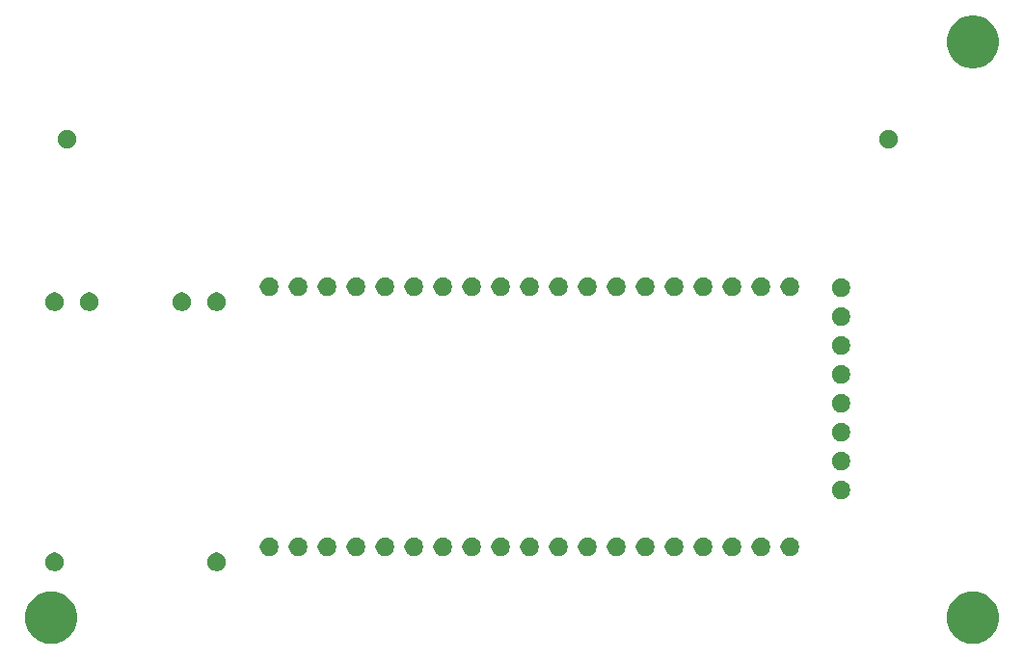
<source format=gbr>
G04 #@! TF.GenerationSoftware,KiCad,Pcbnew,(5.1.0)-1*
G04 #@! TF.CreationDate,2019-04-13T21:09:27-07:00*
G04 #@! TF.ProjectId,PCBv1,50434276-312e-46b6-9963-61645f706362,rev?*
G04 #@! TF.SameCoordinates,Original*
G04 #@! TF.FileFunction,Soldermask,Bot*
G04 #@! TF.FilePolarity,Negative*
%FSLAX46Y46*%
G04 Gerber Fmt 4.6, Leading zero omitted, Abs format (unit mm)*
G04 Created by KiCad (PCBNEW (5.1.0)-1) date 2019-04-13 21:09:27*
%MOMM*%
%LPD*%
G04 APERTURE LIST*
%ADD10C,0.100000*%
G04 APERTURE END LIST*
D10*
G36*
X174548903Y-121893213D02*
G01*
X174771177Y-121937426D01*
X175189932Y-122110880D01*
X175566802Y-122362696D01*
X175887304Y-122683198D01*
X176139120Y-123060068D01*
X176312574Y-123478823D01*
X176401000Y-123923371D01*
X176401000Y-124376629D01*
X176312574Y-124821177D01*
X176139120Y-125239932D01*
X175887304Y-125616802D01*
X175566802Y-125937304D01*
X175189932Y-126189120D01*
X174771177Y-126362574D01*
X174548903Y-126406787D01*
X174326630Y-126451000D01*
X173873370Y-126451000D01*
X173651097Y-126406787D01*
X173428823Y-126362574D01*
X173010068Y-126189120D01*
X172633198Y-125937304D01*
X172312696Y-125616802D01*
X172060880Y-125239932D01*
X171887426Y-124821177D01*
X171799000Y-124376629D01*
X171799000Y-123923371D01*
X171887426Y-123478823D01*
X172060880Y-123060068D01*
X172312696Y-122683198D01*
X172633198Y-122362696D01*
X173010068Y-122110880D01*
X173428823Y-121937426D01*
X173651097Y-121893213D01*
X173873370Y-121849000D01*
X174326630Y-121849000D01*
X174548903Y-121893213D01*
X174548903Y-121893213D01*
G37*
G36*
X93623903Y-121893213D02*
G01*
X93846177Y-121937426D01*
X94264932Y-122110880D01*
X94641802Y-122362696D01*
X94962304Y-122683198D01*
X95214120Y-123060068D01*
X95387574Y-123478823D01*
X95476000Y-123923371D01*
X95476000Y-124376629D01*
X95387574Y-124821177D01*
X95214120Y-125239932D01*
X94962304Y-125616802D01*
X94641802Y-125937304D01*
X94264932Y-126189120D01*
X93846177Y-126362574D01*
X93623903Y-126406787D01*
X93401630Y-126451000D01*
X92948370Y-126451000D01*
X92726097Y-126406787D01*
X92503823Y-126362574D01*
X92085068Y-126189120D01*
X91708198Y-125937304D01*
X91387696Y-125616802D01*
X91135880Y-125239932D01*
X90962426Y-124821177D01*
X90874000Y-124376629D01*
X90874000Y-123923371D01*
X90962426Y-123478823D01*
X91135880Y-123060068D01*
X91387696Y-122683198D01*
X91708198Y-122362696D01*
X92085068Y-122110880D01*
X92503823Y-121937426D01*
X92726097Y-121893213D01*
X92948370Y-121849000D01*
X93401630Y-121849000D01*
X93623903Y-121893213D01*
X93623903Y-121893213D01*
G37*
G36*
X107933142Y-118471242D02*
G01*
X108081101Y-118532529D01*
X108214255Y-118621499D01*
X108327501Y-118734745D01*
X108416471Y-118867899D01*
X108477758Y-119015858D01*
X108509000Y-119172925D01*
X108509000Y-119333075D01*
X108477758Y-119490142D01*
X108416471Y-119638101D01*
X108327501Y-119771255D01*
X108214255Y-119884501D01*
X108081101Y-119973471D01*
X107933142Y-120034758D01*
X107776075Y-120066000D01*
X107615925Y-120066000D01*
X107458858Y-120034758D01*
X107310899Y-119973471D01*
X107177745Y-119884501D01*
X107064499Y-119771255D01*
X106975529Y-119638101D01*
X106914242Y-119490142D01*
X106883000Y-119333075D01*
X106883000Y-119172925D01*
X106914242Y-119015858D01*
X106975529Y-118867899D01*
X107064499Y-118734745D01*
X107177745Y-118621499D01*
X107310899Y-118532529D01*
X107458858Y-118471242D01*
X107615925Y-118440000D01*
X107776075Y-118440000D01*
X107933142Y-118471242D01*
X107933142Y-118471242D01*
G37*
G36*
X93709142Y-118471242D02*
G01*
X93857101Y-118532529D01*
X93990255Y-118621499D01*
X94103501Y-118734745D01*
X94192471Y-118867899D01*
X94253758Y-119015858D01*
X94285000Y-119172925D01*
X94285000Y-119333075D01*
X94253758Y-119490142D01*
X94192471Y-119638101D01*
X94103501Y-119771255D01*
X93990255Y-119884501D01*
X93857101Y-119973471D01*
X93709142Y-120034758D01*
X93552075Y-120066000D01*
X93391925Y-120066000D01*
X93234858Y-120034758D01*
X93086899Y-119973471D01*
X92953745Y-119884501D01*
X92840499Y-119771255D01*
X92751529Y-119638101D01*
X92690242Y-119490142D01*
X92659000Y-119333075D01*
X92659000Y-119172925D01*
X92690242Y-119015858D01*
X92751529Y-118867899D01*
X92840499Y-118734745D01*
X92953745Y-118621499D01*
X93086899Y-118532529D01*
X93234858Y-118471242D01*
X93391925Y-118440000D01*
X93552075Y-118440000D01*
X93709142Y-118471242D01*
X93709142Y-118471242D01*
G37*
G36*
X132867142Y-117148242D02*
G01*
X133015101Y-117209529D01*
X133148255Y-117298499D01*
X133261501Y-117411745D01*
X133350471Y-117544899D01*
X133411758Y-117692858D01*
X133443000Y-117849925D01*
X133443000Y-118010075D01*
X133411758Y-118167142D01*
X133350471Y-118315101D01*
X133261501Y-118448255D01*
X133148255Y-118561501D01*
X133015101Y-118650471D01*
X132867142Y-118711758D01*
X132710075Y-118743000D01*
X132549925Y-118743000D01*
X132392858Y-118711758D01*
X132244899Y-118650471D01*
X132111745Y-118561501D01*
X131998499Y-118448255D01*
X131909529Y-118315101D01*
X131848242Y-118167142D01*
X131817000Y-118010075D01*
X131817000Y-117849925D01*
X131848242Y-117692858D01*
X131909529Y-117544899D01*
X131998499Y-117411745D01*
X132111745Y-117298499D01*
X132244899Y-117209529D01*
X132392858Y-117148242D01*
X132549925Y-117117000D01*
X132710075Y-117117000D01*
X132867142Y-117148242D01*
X132867142Y-117148242D01*
G37*
G36*
X150647142Y-117148242D02*
G01*
X150795101Y-117209529D01*
X150928255Y-117298499D01*
X151041501Y-117411745D01*
X151130471Y-117544899D01*
X151191758Y-117692858D01*
X151223000Y-117849925D01*
X151223000Y-118010075D01*
X151191758Y-118167142D01*
X151130471Y-118315101D01*
X151041501Y-118448255D01*
X150928255Y-118561501D01*
X150795101Y-118650471D01*
X150647142Y-118711758D01*
X150490075Y-118743000D01*
X150329925Y-118743000D01*
X150172858Y-118711758D01*
X150024899Y-118650471D01*
X149891745Y-118561501D01*
X149778499Y-118448255D01*
X149689529Y-118315101D01*
X149628242Y-118167142D01*
X149597000Y-118010075D01*
X149597000Y-117849925D01*
X149628242Y-117692858D01*
X149689529Y-117544899D01*
X149778499Y-117411745D01*
X149891745Y-117298499D01*
X150024899Y-117209529D01*
X150172858Y-117148242D01*
X150329925Y-117117000D01*
X150490075Y-117117000D01*
X150647142Y-117148242D01*
X150647142Y-117148242D01*
G37*
G36*
X148107142Y-117148242D02*
G01*
X148255101Y-117209529D01*
X148388255Y-117298499D01*
X148501501Y-117411745D01*
X148590471Y-117544899D01*
X148651758Y-117692858D01*
X148683000Y-117849925D01*
X148683000Y-118010075D01*
X148651758Y-118167142D01*
X148590471Y-118315101D01*
X148501501Y-118448255D01*
X148388255Y-118561501D01*
X148255101Y-118650471D01*
X148107142Y-118711758D01*
X147950075Y-118743000D01*
X147789925Y-118743000D01*
X147632858Y-118711758D01*
X147484899Y-118650471D01*
X147351745Y-118561501D01*
X147238499Y-118448255D01*
X147149529Y-118315101D01*
X147088242Y-118167142D01*
X147057000Y-118010075D01*
X147057000Y-117849925D01*
X147088242Y-117692858D01*
X147149529Y-117544899D01*
X147238499Y-117411745D01*
X147351745Y-117298499D01*
X147484899Y-117209529D01*
X147632858Y-117148242D01*
X147789925Y-117117000D01*
X147950075Y-117117000D01*
X148107142Y-117148242D01*
X148107142Y-117148242D01*
G37*
G36*
X145567142Y-117148242D02*
G01*
X145715101Y-117209529D01*
X145848255Y-117298499D01*
X145961501Y-117411745D01*
X146050471Y-117544899D01*
X146111758Y-117692858D01*
X146143000Y-117849925D01*
X146143000Y-118010075D01*
X146111758Y-118167142D01*
X146050471Y-118315101D01*
X145961501Y-118448255D01*
X145848255Y-118561501D01*
X145715101Y-118650471D01*
X145567142Y-118711758D01*
X145410075Y-118743000D01*
X145249925Y-118743000D01*
X145092858Y-118711758D01*
X144944899Y-118650471D01*
X144811745Y-118561501D01*
X144698499Y-118448255D01*
X144609529Y-118315101D01*
X144548242Y-118167142D01*
X144517000Y-118010075D01*
X144517000Y-117849925D01*
X144548242Y-117692858D01*
X144609529Y-117544899D01*
X144698499Y-117411745D01*
X144811745Y-117298499D01*
X144944899Y-117209529D01*
X145092858Y-117148242D01*
X145249925Y-117117000D01*
X145410075Y-117117000D01*
X145567142Y-117148242D01*
X145567142Y-117148242D01*
G37*
G36*
X143027142Y-117148242D02*
G01*
X143175101Y-117209529D01*
X143308255Y-117298499D01*
X143421501Y-117411745D01*
X143510471Y-117544899D01*
X143571758Y-117692858D01*
X143603000Y-117849925D01*
X143603000Y-118010075D01*
X143571758Y-118167142D01*
X143510471Y-118315101D01*
X143421501Y-118448255D01*
X143308255Y-118561501D01*
X143175101Y-118650471D01*
X143027142Y-118711758D01*
X142870075Y-118743000D01*
X142709925Y-118743000D01*
X142552858Y-118711758D01*
X142404899Y-118650471D01*
X142271745Y-118561501D01*
X142158499Y-118448255D01*
X142069529Y-118315101D01*
X142008242Y-118167142D01*
X141977000Y-118010075D01*
X141977000Y-117849925D01*
X142008242Y-117692858D01*
X142069529Y-117544899D01*
X142158499Y-117411745D01*
X142271745Y-117298499D01*
X142404899Y-117209529D01*
X142552858Y-117148242D01*
X142709925Y-117117000D01*
X142870075Y-117117000D01*
X143027142Y-117148242D01*
X143027142Y-117148242D01*
G37*
G36*
X140487142Y-117148242D02*
G01*
X140635101Y-117209529D01*
X140768255Y-117298499D01*
X140881501Y-117411745D01*
X140970471Y-117544899D01*
X141031758Y-117692858D01*
X141063000Y-117849925D01*
X141063000Y-118010075D01*
X141031758Y-118167142D01*
X140970471Y-118315101D01*
X140881501Y-118448255D01*
X140768255Y-118561501D01*
X140635101Y-118650471D01*
X140487142Y-118711758D01*
X140330075Y-118743000D01*
X140169925Y-118743000D01*
X140012858Y-118711758D01*
X139864899Y-118650471D01*
X139731745Y-118561501D01*
X139618499Y-118448255D01*
X139529529Y-118315101D01*
X139468242Y-118167142D01*
X139437000Y-118010075D01*
X139437000Y-117849925D01*
X139468242Y-117692858D01*
X139529529Y-117544899D01*
X139618499Y-117411745D01*
X139731745Y-117298499D01*
X139864899Y-117209529D01*
X140012858Y-117148242D01*
X140169925Y-117117000D01*
X140330075Y-117117000D01*
X140487142Y-117148242D01*
X140487142Y-117148242D01*
G37*
G36*
X137947142Y-117148242D02*
G01*
X138095101Y-117209529D01*
X138228255Y-117298499D01*
X138341501Y-117411745D01*
X138430471Y-117544899D01*
X138491758Y-117692858D01*
X138523000Y-117849925D01*
X138523000Y-118010075D01*
X138491758Y-118167142D01*
X138430471Y-118315101D01*
X138341501Y-118448255D01*
X138228255Y-118561501D01*
X138095101Y-118650471D01*
X137947142Y-118711758D01*
X137790075Y-118743000D01*
X137629925Y-118743000D01*
X137472858Y-118711758D01*
X137324899Y-118650471D01*
X137191745Y-118561501D01*
X137078499Y-118448255D01*
X136989529Y-118315101D01*
X136928242Y-118167142D01*
X136897000Y-118010075D01*
X136897000Y-117849925D01*
X136928242Y-117692858D01*
X136989529Y-117544899D01*
X137078499Y-117411745D01*
X137191745Y-117298499D01*
X137324899Y-117209529D01*
X137472858Y-117148242D01*
X137629925Y-117117000D01*
X137790075Y-117117000D01*
X137947142Y-117148242D01*
X137947142Y-117148242D01*
G37*
G36*
X135407142Y-117148242D02*
G01*
X135555101Y-117209529D01*
X135688255Y-117298499D01*
X135801501Y-117411745D01*
X135890471Y-117544899D01*
X135951758Y-117692858D01*
X135983000Y-117849925D01*
X135983000Y-118010075D01*
X135951758Y-118167142D01*
X135890471Y-118315101D01*
X135801501Y-118448255D01*
X135688255Y-118561501D01*
X135555101Y-118650471D01*
X135407142Y-118711758D01*
X135250075Y-118743000D01*
X135089925Y-118743000D01*
X134932858Y-118711758D01*
X134784899Y-118650471D01*
X134651745Y-118561501D01*
X134538499Y-118448255D01*
X134449529Y-118315101D01*
X134388242Y-118167142D01*
X134357000Y-118010075D01*
X134357000Y-117849925D01*
X134388242Y-117692858D01*
X134449529Y-117544899D01*
X134538499Y-117411745D01*
X134651745Y-117298499D01*
X134784899Y-117209529D01*
X134932858Y-117148242D01*
X135089925Y-117117000D01*
X135250075Y-117117000D01*
X135407142Y-117148242D01*
X135407142Y-117148242D01*
G37*
G36*
X130327142Y-117148242D02*
G01*
X130475101Y-117209529D01*
X130608255Y-117298499D01*
X130721501Y-117411745D01*
X130810471Y-117544899D01*
X130871758Y-117692858D01*
X130903000Y-117849925D01*
X130903000Y-118010075D01*
X130871758Y-118167142D01*
X130810471Y-118315101D01*
X130721501Y-118448255D01*
X130608255Y-118561501D01*
X130475101Y-118650471D01*
X130327142Y-118711758D01*
X130170075Y-118743000D01*
X130009925Y-118743000D01*
X129852858Y-118711758D01*
X129704899Y-118650471D01*
X129571745Y-118561501D01*
X129458499Y-118448255D01*
X129369529Y-118315101D01*
X129308242Y-118167142D01*
X129277000Y-118010075D01*
X129277000Y-117849925D01*
X129308242Y-117692858D01*
X129369529Y-117544899D01*
X129458499Y-117411745D01*
X129571745Y-117298499D01*
X129704899Y-117209529D01*
X129852858Y-117148242D01*
X130009925Y-117117000D01*
X130170075Y-117117000D01*
X130327142Y-117148242D01*
X130327142Y-117148242D01*
G37*
G36*
X153187142Y-117148242D02*
G01*
X153335101Y-117209529D01*
X153468255Y-117298499D01*
X153581501Y-117411745D01*
X153670471Y-117544899D01*
X153731758Y-117692858D01*
X153763000Y-117849925D01*
X153763000Y-118010075D01*
X153731758Y-118167142D01*
X153670471Y-118315101D01*
X153581501Y-118448255D01*
X153468255Y-118561501D01*
X153335101Y-118650471D01*
X153187142Y-118711758D01*
X153030075Y-118743000D01*
X152869925Y-118743000D01*
X152712858Y-118711758D01*
X152564899Y-118650471D01*
X152431745Y-118561501D01*
X152318499Y-118448255D01*
X152229529Y-118315101D01*
X152168242Y-118167142D01*
X152137000Y-118010075D01*
X152137000Y-117849925D01*
X152168242Y-117692858D01*
X152229529Y-117544899D01*
X152318499Y-117411745D01*
X152431745Y-117298499D01*
X152564899Y-117209529D01*
X152712858Y-117148242D01*
X152869925Y-117117000D01*
X153030075Y-117117000D01*
X153187142Y-117148242D01*
X153187142Y-117148242D01*
G37*
G36*
X125247142Y-117148242D02*
G01*
X125395101Y-117209529D01*
X125528255Y-117298499D01*
X125641501Y-117411745D01*
X125730471Y-117544899D01*
X125791758Y-117692858D01*
X125823000Y-117849925D01*
X125823000Y-118010075D01*
X125791758Y-118167142D01*
X125730471Y-118315101D01*
X125641501Y-118448255D01*
X125528255Y-118561501D01*
X125395101Y-118650471D01*
X125247142Y-118711758D01*
X125090075Y-118743000D01*
X124929925Y-118743000D01*
X124772858Y-118711758D01*
X124624899Y-118650471D01*
X124491745Y-118561501D01*
X124378499Y-118448255D01*
X124289529Y-118315101D01*
X124228242Y-118167142D01*
X124197000Y-118010075D01*
X124197000Y-117849925D01*
X124228242Y-117692858D01*
X124289529Y-117544899D01*
X124378499Y-117411745D01*
X124491745Y-117298499D01*
X124624899Y-117209529D01*
X124772858Y-117148242D01*
X124929925Y-117117000D01*
X125090075Y-117117000D01*
X125247142Y-117148242D01*
X125247142Y-117148242D01*
G37*
G36*
X122707142Y-117148242D02*
G01*
X122855101Y-117209529D01*
X122988255Y-117298499D01*
X123101501Y-117411745D01*
X123190471Y-117544899D01*
X123251758Y-117692858D01*
X123283000Y-117849925D01*
X123283000Y-118010075D01*
X123251758Y-118167142D01*
X123190471Y-118315101D01*
X123101501Y-118448255D01*
X122988255Y-118561501D01*
X122855101Y-118650471D01*
X122707142Y-118711758D01*
X122550075Y-118743000D01*
X122389925Y-118743000D01*
X122232858Y-118711758D01*
X122084899Y-118650471D01*
X121951745Y-118561501D01*
X121838499Y-118448255D01*
X121749529Y-118315101D01*
X121688242Y-118167142D01*
X121657000Y-118010075D01*
X121657000Y-117849925D01*
X121688242Y-117692858D01*
X121749529Y-117544899D01*
X121838499Y-117411745D01*
X121951745Y-117298499D01*
X122084899Y-117209529D01*
X122232858Y-117148242D01*
X122389925Y-117117000D01*
X122550075Y-117117000D01*
X122707142Y-117148242D01*
X122707142Y-117148242D01*
G37*
G36*
X120167142Y-117148242D02*
G01*
X120315101Y-117209529D01*
X120448255Y-117298499D01*
X120561501Y-117411745D01*
X120650471Y-117544899D01*
X120711758Y-117692858D01*
X120743000Y-117849925D01*
X120743000Y-118010075D01*
X120711758Y-118167142D01*
X120650471Y-118315101D01*
X120561501Y-118448255D01*
X120448255Y-118561501D01*
X120315101Y-118650471D01*
X120167142Y-118711758D01*
X120010075Y-118743000D01*
X119849925Y-118743000D01*
X119692858Y-118711758D01*
X119544899Y-118650471D01*
X119411745Y-118561501D01*
X119298499Y-118448255D01*
X119209529Y-118315101D01*
X119148242Y-118167142D01*
X119117000Y-118010075D01*
X119117000Y-117849925D01*
X119148242Y-117692858D01*
X119209529Y-117544899D01*
X119298499Y-117411745D01*
X119411745Y-117298499D01*
X119544899Y-117209529D01*
X119692858Y-117148242D01*
X119849925Y-117117000D01*
X120010075Y-117117000D01*
X120167142Y-117148242D01*
X120167142Y-117148242D01*
G37*
G36*
X117627142Y-117148242D02*
G01*
X117775101Y-117209529D01*
X117908255Y-117298499D01*
X118021501Y-117411745D01*
X118110471Y-117544899D01*
X118171758Y-117692858D01*
X118203000Y-117849925D01*
X118203000Y-118010075D01*
X118171758Y-118167142D01*
X118110471Y-118315101D01*
X118021501Y-118448255D01*
X117908255Y-118561501D01*
X117775101Y-118650471D01*
X117627142Y-118711758D01*
X117470075Y-118743000D01*
X117309925Y-118743000D01*
X117152858Y-118711758D01*
X117004899Y-118650471D01*
X116871745Y-118561501D01*
X116758499Y-118448255D01*
X116669529Y-118315101D01*
X116608242Y-118167142D01*
X116577000Y-118010075D01*
X116577000Y-117849925D01*
X116608242Y-117692858D01*
X116669529Y-117544899D01*
X116758499Y-117411745D01*
X116871745Y-117298499D01*
X117004899Y-117209529D01*
X117152858Y-117148242D01*
X117309925Y-117117000D01*
X117470075Y-117117000D01*
X117627142Y-117148242D01*
X117627142Y-117148242D01*
G37*
G36*
X115087142Y-117148242D02*
G01*
X115235101Y-117209529D01*
X115368255Y-117298499D01*
X115481501Y-117411745D01*
X115570471Y-117544899D01*
X115631758Y-117692858D01*
X115663000Y-117849925D01*
X115663000Y-118010075D01*
X115631758Y-118167142D01*
X115570471Y-118315101D01*
X115481501Y-118448255D01*
X115368255Y-118561501D01*
X115235101Y-118650471D01*
X115087142Y-118711758D01*
X114930075Y-118743000D01*
X114769925Y-118743000D01*
X114612858Y-118711758D01*
X114464899Y-118650471D01*
X114331745Y-118561501D01*
X114218499Y-118448255D01*
X114129529Y-118315101D01*
X114068242Y-118167142D01*
X114037000Y-118010075D01*
X114037000Y-117849925D01*
X114068242Y-117692858D01*
X114129529Y-117544899D01*
X114218499Y-117411745D01*
X114331745Y-117298499D01*
X114464899Y-117209529D01*
X114612858Y-117148242D01*
X114769925Y-117117000D01*
X114930075Y-117117000D01*
X115087142Y-117148242D01*
X115087142Y-117148242D01*
G37*
G36*
X155727142Y-117148242D02*
G01*
X155875101Y-117209529D01*
X156008255Y-117298499D01*
X156121501Y-117411745D01*
X156210471Y-117544899D01*
X156271758Y-117692858D01*
X156303000Y-117849925D01*
X156303000Y-118010075D01*
X156271758Y-118167142D01*
X156210471Y-118315101D01*
X156121501Y-118448255D01*
X156008255Y-118561501D01*
X155875101Y-118650471D01*
X155727142Y-118711758D01*
X155570075Y-118743000D01*
X155409925Y-118743000D01*
X155252858Y-118711758D01*
X155104899Y-118650471D01*
X154971745Y-118561501D01*
X154858499Y-118448255D01*
X154769529Y-118315101D01*
X154708242Y-118167142D01*
X154677000Y-118010075D01*
X154677000Y-117849925D01*
X154708242Y-117692858D01*
X154769529Y-117544899D01*
X154858499Y-117411745D01*
X154971745Y-117298499D01*
X155104899Y-117209529D01*
X155252858Y-117148242D01*
X155409925Y-117117000D01*
X155570075Y-117117000D01*
X155727142Y-117148242D01*
X155727142Y-117148242D01*
G37*
G36*
X112547142Y-117148242D02*
G01*
X112695101Y-117209529D01*
X112828255Y-117298499D01*
X112941501Y-117411745D01*
X113030471Y-117544899D01*
X113091758Y-117692858D01*
X113123000Y-117849925D01*
X113123000Y-118010075D01*
X113091758Y-118167142D01*
X113030471Y-118315101D01*
X112941501Y-118448255D01*
X112828255Y-118561501D01*
X112695101Y-118650471D01*
X112547142Y-118711758D01*
X112390075Y-118743000D01*
X112229925Y-118743000D01*
X112072858Y-118711758D01*
X111924899Y-118650471D01*
X111791745Y-118561501D01*
X111678499Y-118448255D01*
X111589529Y-118315101D01*
X111528242Y-118167142D01*
X111497000Y-118010075D01*
X111497000Y-117849925D01*
X111528242Y-117692858D01*
X111589529Y-117544899D01*
X111678499Y-117411745D01*
X111791745Y-117298499D01*
X111924899Y-117209529D01*
X112072858Y-117148242D01*
X112229925Y-117117000D01*
X112390075Y-117117000D01*
X112547142Y-117148242D01*
X112547142Y-117148242D01*
G37*
G36*
X158267142Y-117148242D02*
G01*
X158415101Y-117209529D01*
X158548255Y-117298499D01*
X158661501Y-117411745D01*
X158750471Y-117544899D01*
X158811758Y-117692858D01*
X158843000Y-117849925D01*
X158843000Y-118010075D01*
X158811758Y-118167142D01*
X158750471Y-118315101D01*
X158661501Y-118448255D01*
X158548255Y-118561501D01*
X158415101Y-118650471D01*
X158267142Y-118711758D01*
X158110075Y-118743000D01*
X157949925Y-118743000D01*
X157792858Y-118711758D01*
X157644899Y-118650471D01*
X157511745Y-118561501D01*
X157398499Y-118448255D01*
X157309529Y-118315101D01*
X157248242Y-118167142D01*
X157217000Y-118010075D01*
X157217000Y-117849925D01*
X157248242Y-117692858D01*
X157309529Y-117544899D01*
X157398499Y-117411745D01*
X157511745Y-117298499D01*
X157644899Y-117209529D01*
X157792858Y-117148242D01*
X157949925Y-117117000D01*
X158110075Y-117117000D01*
X158267142Y-117148242D01*
X158267142Y-117148242D01*
G37*
G36*
X127787142Y-117148242D02*
G01*
X127935101Y-117209529D01*
X128068255Y-117298499D01*
X128181501Y-117411745D01*
X128270471Y-117544899D01*
X128331758Y-117692858D01*
X128363000Y-117849925D01*
X128363000Y-118010075D01*
X128331758Y-118167142D01*
X128270471Y-118315101D01*
X128181501Y-118448255D01*
X128068255Y-118561501D01*
X127935101Y-118650471D01*
X127787142Y-118711758D01*
X127630075Y-118743000D01*
X127469925Y-118743000D01*
X127312858Y-118711758D01*
X127164899Y-118650471D01*
X127031745Y-118561501D01*
X126918499Y-118448255D01*
X126829529Y-118315101D01*
X126768242Y-118167142D01*
X126737000Y-118010075D01*
X126737000Y-117849925D01*
X126768242Y-117692858D01*
X126829529Y-117544899D01*
X126918499Y-117411745D01*
X127031745Y-117298499D01*
X127164899Y-117209529D01*
X127312858Y-117148242D01*
X127469925Y-117117000D01*
X127630075Y-117117000D01*
X127787142Y-117148242D01*
X127787142Y-117148242D01*
G37*
G36*
X162767142Y-112148242D02*
G01*
X162915101Y-112209529D01*
X163048255Y-112298499D01*
X163161501Y-112411745D01*
X163250471Y-112544899D01*
X163311758Y-112692858D01*
X163343000Y-112849925D01*
X163343000Y-113010075D01*
X163311758Y-113167142D01*
X163250471Y-113315101D01*
X163161501Y-113448255D01*
X163048255Y-113561501D01*
X162915101Y-113650471D01*
X162767142Y-113711758D01*
X162610075Y-113743000D01*
X162449925Y-113743000D01*
X162292858Y-113711758D01*
X162144899Y-113650471D01*
X162011745Y-113561501D01*
X161898499Y-113448255D01*
X161809529Y-113315101D01*
X161748242Y-113167142D01*
X161717000Y-113010075D01*
X161717000Y-112849925D01*
X161748242Y-112692858D01*
X161809529Y-112544899D01*
X161898499Y-112411745D01*
X162011745Y-112298499D01*
X162144899Y-112209529D01*
X162292858Y-112148242D01*
X162449925Y-112117000D01*
X162610075Y-112117000D01*
X162767142Y-112148242D01*
X162767142Y-112148242D01*
G37*
G36*
X162767142Y-109608242D02*
G01*
X162915101Y-109669529D01*
X163048255Y-109758499D01*
X163161501Y-109871745D01*
X163250471Y-110004899D01*
X163311758Y-110152858D01*
X163343000Y-110309925D01*
X163343000Y-110470075D01*
X163311758Y-110627142D01*
X163250471Y-110775101D01*
X163161501Y-110908255D01*
X163048255Y-111021501D01*
X162915101Y-111110471D01*
X162767142Y-111171758D01*
X162610075Y-111203000D01*
X162449925Y-111203000D01*
X162292858Y-111171758D01*
X162144899Y-111110471D01*
X162011745Y-111021501D01*
X161898499Y-110908255D01*
X161809529Y-110775101D01*
X161748242Y-110627142D01*
X161717000Y-110470075D01*
X161717000Y-110309925D01*
X161748242Y-110152858D01*
X161809529Y-110004899D01*
X161898499Y-109871745D01*
X162011745Y-109758499D01*
X162144899Y-109669529D01*
X162292858Y-109608242D01*
X162449925Y-109577000D01*
X162610075Y-109577000D01*
X162767142Y-109608242D01*
X162767142Y-109608242D01*
G37*
G36*
X162767142Y-107068242D02*
G01*
X162915101Y-107129529D01*
X163048255Y-107218499D01*
X163161501Y-107331745D01*
X163250471Y-107464899D01*
X163311758Y-107612858D01*
X163343000Y-107769925D01*
X163343000Y-107930075D01*
X163311758Y-108087142D01*
X163250471Y-108235101D01*
X163161501Y-108368255D01*
X163048255Y-108481501D01*
X162915101Y-108570471D01*
X162767142Y-108631758D01*
X162610075Y-108663000D01*
X162449925Y-108663000D01*
X162292858Y-108631758D01*
X162144899Y-108570471D01*
X162011745Y-108481501D01*
X161898499Y-108368255D01*
X161809529Y-108235101D01*
X161748242Y-108087142D01*
X161717000Y-107930075D01*
X161717000Y-107769925D01*
X161748242Y-107612858D01*
X161809529Y-107464899D01*
X161898499Y-107331745D01*
X162011745Y-107218499D01*
X162144899Y-107129529D01*
X162292858Y-107068242D01*
X162449925Y-107037000D01*
X162610075Y-107037000D01*
X162767142Y-107068242D01*
X162767142Y-107068242D01*
G37*
G36*
X162767142Y-104528242D02*
G01*
X162915101Y-104589529D01*
X163048255Y-104678499D01*
X163161501Y-104791745D01*
X163250471Y-104924899D01*
X163311758Y-105072858D01*
X163343000Y-105229925D01*
X163343000Y-105390075D01*
X163311758Y-105547142D01*
X163250471Y-105695101D01*
X163161501Y-105828255D01*
X163048255Y-105941501D01*
X162915101Y-106030471D01*
X162767142Y-106091758D01*
X162610075Y-106123000D01*
X162449925Y-106123000D01*
X162292858Y-106091758D01*
X162144899Y-106030471D01*
X162011745Y-105941501D01*
X161898499Y-105828255D01*
X161809529Y-105695101D01*
X161748242Y-105547142D01*
X161717000Y-105390075D01*
X161717000Y-105229925D01*
X161748242Y-105072858D01*
X161809529Y-104924899D01*
X161898499Y-104791745D01*
X162011745Y-104678499D01*
X162144899Y-104589529D01*
X162292858Y-104528242D01*
X162449925Y-104497000D01*
X162610075Y-104497000D01*
X162767142Y-104528242D01*
X162767142Y-104528242D01*
G37*
G36*
X162767142Y-101988242D02*
G01*
X162915101Y-102049529D01*
X163048255Y-102138499D01*
X163161501Y-102251745D01*
X163250471Y-102384899D01*
X163311758Y-102532858D01*
X163343000Y-102689925D01*
X163343000Y-102850075D01*
X163311758Y-103007142D01*
X163250471Y-103155101D01*
X163161501Y-103288255D01*
X163048255Y-103401501D01*
X162915101Y-103490471D01*
X162767142Y-103551758D01*
X162610075Y-103583000D01*
X162449925Y-103583000D01*
X162292858Y-103551758D01*
X162144899Y-103490471D01*
X162011745Y-103401501D01*
X161898499Y-103288255D01*
X161809529Y-103155101D01*
X161748242Y-103007142D01*
X161717000Y-102850075D01*
X161717000Y-102689925D01*
X161748242Y-102532858D01*
X161809529Y-102384899D01*
X161898499Y-102251745D01*
X162011745Y-102138499D01*
X162144899Y-102049529D01*
X162292858Y-101988242D01*
X162449925Y-101957000D01*
X162610075Y-101957000D01*
X162767142Y-101988242D01*
X162767142Y-101988242D01*
G37*
G36*
X162767142Y-99448242D02*
G01*
X162915101Y-99509529D01*
X163048255Y-99598499D01*
X163161501Y-99711745D01*
X163250471Y-99844899D01*
X163311758Y-99992858D01*
X163343000Y-100149925D01*
X163343000Y-100310075D01*
X163311758Y-100467142D01*
X163250471Y-100615101D01*
X163161501Y-100748255D01*
X163048255Y-100861501D01*
X162915101Y-100950471D01*
X162767142Y-101011758D01*
X162610075Y-101043000D01*
X162449925Y-101043000D01*
X162292858Y-101011758D01*
X162144899Y-100950471D01*
X162011745Y-100861501D01*
X161898499Y-100748255D01*
X161809529Y-100615101D01*
X161748242Y-100467142D01*
X161717000Y-100310075D01*
X161717000Y-100149925D01*
X161748242Y-99992858D01*
X161809529Y-99844899D01*
X161898499Y-99711745D01*
X162011745Y-99598499D01*
X162144899Y-99509529D01*
X162292858Y-99448242D01*
X162449925Y-99417000D01*
X162610075Y-99417000D01*
X162767142Y-99448242D01*
X162767142Y-99448242D01*
G37*
G36*
X162767142Y-96908242D02*
G01*
X162915101Y-96969529D01*
X163048255Y-97058499D01*
X163161501Y-97171745D01*
X163250471Y-97304899D01*
X163311758Y-97452858D01*
X163343000Y-97609925D01*
X163343000Y-97770075D01*
X163311758Y-97927142D01*
X163250471Y-98075101D01*
X163161501Y-98208255D01*
X163048255Y-98321501D01*
X162915101Y-98410471D01*
X162767142Y-98471758D01*
X162610075Y-98503000D01*
X162449925Y-98503000D01*
X162292858Y-98471758D01*
X162144899Y-98410471D01*
X162011745Y-98321501D01*
X161898499Y-98208255D01*
X161809529Y-98075101D01*
X161748242Y-97927142D01*
X161717000Y-97770075D01*
X161717000Y-97609925D01*
X161748242Y-97452858D01*
X161809529Y-97304899D01*
X161898499Y-97171745D01*
X162011745Y-97058499D01*
X162144899Y-96969529D01*
X162292858Y-96908242D01*
X162449925Y-96877000D01*
X162610075Y-96877000D01*
X162767142Y-96908242D01*
X162767142Y-96908242D01*
G37*
G36*
X107933142Y-95611242D02*
G01*
X108081101Y-95672529D01*
X108214255Y-95761499D01*
X108327501Y-95874745D01*
X108416471Y-96007899D01*
X108477758Y-96155858D01*
X108509000Y-96312925D01*
X108509000Y-96473075D01*
X108477758Y-96630142D01*
X108416471Y-96778101D01*
X108327501Y-96911255D01*
X108214255Y-97024501D01*
X108081101Y-97113471D01*
X107933142Y-97174758D01*
X107776075Y-97206000D01*
X107615925Y-97206000D01*
X107458858Y-97174758D01*
X107310899Y-97113471D01*
X107177745Y-97024501D01*
X107064499Y-96911255D01*
X106975529Y-96778101D01*
X106914242Y-96630142D01*
X106883000Y-96473075D01*
X106883000Y-96312925D01*
X106914242Y-96155858D01*
X106975529Y-96007899D01*
X107064499Y-95874745D01*
X107177745Y-95761499D01*
X107310899Y-95672529D01*
X107458858Y-95611242D01*
X107615925Y-95580000D01*
X107776075Y-95580000D01*
X107933142Y-95611242D01*
X107933142Y-95611242D01*
G37*
G36*
X93709142Y-95611242D02*
G01*
X93857101Y-95672529D01*
X93990255Y-95761499D01*
X94103501Y-95874745D01*
X94192471Y-96007899D01*
X94253758Y-96155858D01*
X94285000Y-96312925D01*
X94285000Y-96473075D01*
X94253758Y-96630142D01*
X94192471Y-96778101D01*
X94103501Y-96911255D01*
X93990255Y-97024501D01*
X93857101Y-97113471D01*
X93709142Y-97174758D01*
X93552075Y-97206000D01*
X93391925Y-97206000D01*
X93234858Y-97174758D01*
X93086899Y-97113471D01*
X92953745Y-97024501D01*
X92840499Y-96911255D01*
X92751529Y-96778101D01*
X92690242Y-96630142D01*
X92659000Y-96473075D01*
X92659000Y-96312925D01*
X92690242Y-96155858D01*
X92751529Y-96007899D01*
X92840499Y-95874745D01*
X92953745Y-95761499D01*
X93086899Y-95672529D01*
X93234858Y-95611242D01*
X93391925Y-95580000D01*
X93552075Y-95580000D01*
X93709142Y-95611242D01*
X93709142Y-95611242D01*
G37*
G36*
X96757142Y-95611242D02*
G01*
X96905101Y-95672529D01*
X97038255Y-95761499D01*
X97151501Y-95874745D01*
X97240471Y-96007899D01*
X97301758Y-96155858D01*
X97333000Y-96312925D01*
X97333000Y-96473075D01*
X97301758Y-96630142D01*
X97240471Y-96778101D01*
X97151501Y-96911255D01*
X97038255Y-97024501D01*
X96905101Y-97113471D01*
X96757142Y-97174758D01*
X96600075Y-97206000D01*
X96439925Y-97206000D01*
X96282858Y-97174758D01*
X96134899Y-97113471D01*
X96001745Y-97024501D01*
X95888499Y-96911255D01*
X95799529Y-96778101D01*
X95738242Y-96630142D01*
X95707000Y-96473075D01*
X95707000Y-96312925D01*
X95738242Y-96155858D01*
X95799529Y-96007899D01*
X95888499Y-95874745D01*
X96001745Y-95761499D01*
X96134899Y-95672529D01*
X96282858Y-95611242D01*
X96439925Y-95580000D01*
X96600075Y-95580000D01*
X96757142Y-95611242D01*
X96757142Y-95611242D01*
G37*
G36*
X104885142Y-95611242D02*
G01*
X105033101Y-95672529D01*
X105166255Y-95761499D01*
X105279501Y-95874745D01*
X105368471Y-96007899D01*
X105429758Y-96155858D01*
X105461000Y-96312925D01*
X105461000Y-96473075D01*
X105429758Y-96630142D01*
X105368471Y-96778101D01*
X105279501Y-96911255D01*
X105166255Y-97024501D01*
X105033101Y-97113471D01*
X104885142Y-97174758D01*
X104728075Y-97206000D01*
X104567925Y-97206000D01*
X104410858Y-97174758D01*
X104262899Y-97113471D01*
X104129745Y-97024501D01*
X104016499Y-96911255D01*
X103927529Y-96778101D01*
X103866242Y-96630142D01*
X103835000Y-96473075D01*
X103835000Y-96312925D01*
X103866242Y-96155858D01*
X103927529Y-96007899D01*
X104016499Y-95874745D01*
X104129745Y-95761499D01*
X104262899Y-95672529D01*
X104410858Y-95611242D01*
X104567925Y-95580000D01*
X104728075Y-95580000D01*
X104885142Y-95611242D01*
X104885142Y-95611242D01*
G37*
G36*
X162767142Y-94368242D02*
G01*
X162915101Y-94429529D01*
X163048255Y-94518499D01*
X163161501Y-94631745D01*
X163250471Y-94764899D01*
X163311758Y-94912858D01*
X163343000Y-95069925D01*
X163343000Y-95230075D01*
X163311758Y-95387142D01*
X163250471Y-95535101D01*
X163161501Y-95668255D01*
X163048255Y-95781501D01*
X162915101Y-95870471D01*
X162767142Y-95931758D01*
X162610075Y-95963000D01*
X162449925Y-95963000D01*
X162292858Y-95931758D01*
X162144899Y-95870471D01*
X162011745Y-95781501D01*
X161898499Y-95668255D01*
X161809529Y-95535101D01*
X161748242Y-95387142D01*
X161717000Y-95230075D01*
X161717000Y-95069925D01*
X161748242Y-94912858D01*
X161809529Y-94764899D01*
X161898499Y-94631745D01*
X162011745Y-94518499D01*
X162144899Y-94429529D01*
X162292858Y-94368242D01*
X162449925Y-94337000D01*
X162610075Y-94337000D01*
X162767142Y-94368242D01*
X162767142Y-94368242D01*
G37*
G36*
X120167142Y-94288242D02*
G01*
X120315101Y-94349529D01*
X120448255Y-94438499D01*
X120561501Y-94551745D01*
X120650471Y-94684899D01*
X120711758Y-94832858D01*
X120743000Y-94989925D01*
X120743000Y-95150075D01*
X120711758Y-95307142D01*
X120650471Y-95455101D01*
X120561501Y-95588255D01*
X120448255Y-95701501D01*
X120315101Y-95790471D01*
X120167142Y-95851758D01*
X120010075Y-95883000D01*
X119849925Y-95883000D01*
X119692858Y-95851758D01*
X119544899Y-95790471D01*
X119411745Y-95701501D01*
X119298499Y-95588255D01*
X119209529Y-95455101D01*
X119148242Y-95307142D01*
X119117000Y-95150075D01*
X119117000Y-94989925D01*
X119148242Y-94832858D01*
X119209529Y-94684899D01*
X119298499Y-94551745D01*
X119411745Y-94438499D01*
X119544899Y-94349529D01*
X119692858Y-94288242D01*
X119849925Y-94257000D01*
X120010075Y-94257000D01*
X120167142Y-94288242D01*
X120167142Y-94288242D01*
G37*
G36*
X143027142Y-94288242D02*
G01*
X143175101Y-94349529D01*
X143308255Y-94438499D01*
X143421501Y-94551745D01*
X143510471Y-94684899D01*
X143571758Y-94832858D01*
X143603000Y-94989925D01*
X143603000Y-95150075D01*
X143571758Y-95307142D01*
X143510471Y-95455101D01*
X143421501Y-95588255D01*
X143308255Y-95701501D01*
X143175101Y-95790471D01*
X143027142Y-95851758D01*
X142870075Y-95883000D01*
X142709925Y-95883000D01*
X142552858Y-95851758D01*
X142404899Y-95790471D01*
X142271745Y-95701501D01*
X142158499Y-95588255D01*
X142069529Y-95455101D01*
X142008242Y-95307142D01*
X141977000Y-95150075D01*
X141977000Y-94989925D01*
X142008242Y-94832858D01*
X142069529Y-94684899D01*
X142158499Y-94551745D01*
X142271745Y-94438499D01*
X142404899Y-94349529D01*
X142552858Y-94288242D01*
X142709925Y-94257000D01*
X142870075Y-94257000D01*
X143027142Y-94288242D01*
X143027142Y-94288242D01*
G37*
G36*
X148107142Y-94288242D02*
G01*
X148255101Y-94349529D01*
X148388255Y-94438499D01*
X148501501Y-94551745D01*
X148590471Y-94684899D01*
X148651758Y-94832858D01*
X148683000Y-94989925D01*
X148683000Y-95150075D01*
X148651758Y-95307142D01*
X148590471Y-95455101D01*
X148501501Y-95588255D01*
X148388255Y-95701501D01*
X148255101Y-95790471D01*
X148107142Y-95851758D01*
X147950075Y-95883000D01*
X147789925Y-95883000D01*
X147632858Y-95851758D01*
X147484899Y-95790471D01*
X147351745Y-95701501D01*
X147238499Y-95588255D01*
X147149529Y-95455101D01*
X147088242Y-95307142D01*
X147057000Y-95150075D01*
X147057000Y-94989925D01*
X147088242Y-94832858D01*
X147149529Y-94684899D01*
X147238499Y-94551745D01*
X147351745Y-94438499D01*
X147484899Y-94349529D01*
X147632858Y-94288242D01*
X147789925Y-94257000D01*
X147950075Y-94257000D01*
X148107142Y-94288242D01*
X148107142Y-94288242D01*
G37*
G36*
X145567142Y-94288242D02*
G01*
X145715101Y-94349529D01*
X145848255Y-94438499D01*
X145961501Y-94551745D01*
X146050471Y-94684899D01*
X146111758Y-94832858D01*
X146143000Y-94989925D01*
X146143000Y-95150075D01*
X146111758Y-95307142D01*
X146050471Y-95455101D01*
X145961501Y-95588255D01*
X145848255Y-95701501D01*
X145715101Y-95790471D01*
X145567142Y-95851758D01*
X145410075Y-95883000D01*
X145249925Y-95883000D01*
X145092858Y-95851758D01*
X144944899Y-95790471D01*
X144811745Y-95701501D01*
X144698499Y-95588255D01*
X144609529Y-95455101D01*
X144548242Y-95307142D01*
X144517000Y-95150075D01*
X144517000Y-94989925D01*
X144548242Y-94832858D01*
X144609529Y-94684899D01*
X144698499Y-94551745D01*
X144811745Y-94438499D01*
X144944899Y-94349529D01*
X145092858Y-94288242D01*
X145249925Y-94257000D01*
X145410075Y-94257000D01*
X145567142Y-94288242D01*
X145567142Y-94288242D01*
G37*
G36*
X137947142Y-94288242D02*
G01*
X138095101Y-94349529D01*
X138228255Y-94438499D01*
X138341501Y-94551745D01*
X138430471Y-94684899D01*
X138491758Y-94832858D01*
X138523000Y-94989925D01*
X138523000Y-95150075D01*
X138491758Y-95307142D01*
X138430471Y-95455101D01*
X138341501Y-95588255D01*
X138228255Y-95701501D01*
X138095101Y-95790471D01*
X137947142Y-95851758D01*
X137790075Y-95883000D01*
X137629925Y-95883000D01*
X137472858Y-95851758D01*
X137324899Y-95790471D01*
X137191745Y-95701501D01*
X137078499Y-95588255D01*
X136989529Y-95455101D01*
X136928242Y-95307142D01*
X136897000Y-95150075D01*
X136897000Y-94989925D01*
X136928242Y-94832858D01*
X136989529Y-94684899D01*
X137078499Y-94551745D01*
X137191745Y-94438499D01*
X137324899Y-94349529D01*
X137472858Y-94288242D01*
X137629925Y-94257000D01*
X137790075Y-94257000D01*
X137947142Y-94288242D01*
X137947142Y-94288242D01*
G37*
G36*
X135407142Y-94288242D02*
G01*
X135555101Y-94349529D01*
X135688255Y-94438499D01*
X135801501Y-94551745D01*
X135890471Y-94684899D01*
X135951758Y-94832858D01*
X135983000Y-94989925D01*
X135983000Y-95150075D01*
X135951758Y-95307142D01*
X135890471Y-95455101D01*
X135801501Y-95588255D01*
X135688255Y-95701501D01*
X135555101Y-95790471D01*
X135407142Y-95851758D01*
X135250075Y-95883000D01*
X135089925Y-95883000D01*
X134932858Y-95851758D01*
X134784899Y-95790471D01*
X134651745Y-95701501D01*
X134538499Y-95588255D01*
X134449529Y-95455101D01*
X134388242Y-95307142D01*
X134357000Y-95150075D01*
X134357000Y-94989925D01*
X134388242Y-94832858D01*
X134449529Y-94684899D01*
X134538499Y-94551745D01*
X134651745Y-94438499D01*
X134784899Y-94349529D01*
X134932858Y-94288242D01*
X135089925Y-94257000D01*
X135250075Y-94257000D01*
X135407142Y-94288242D01*
X135407142Y-94288242D01*
G37*
G36*
X132867142Y-94288242D02*
G01*
X133015101Y-94349529D01*
X133148255Y-94438499D01*
X133261501Y-94551745D01*
X133350471Y-94684899D01*
X133411758Y-94832858D01*
X133443000Y-94989925D01*
X133443000Y-95150075D01*
X133411758Y-95307142D01*
X133350471Y-95455101D01*
X133261501Y-95588255D01*
X133148255Y-95701501D01*
X133015101Y-95790471D01*
X132867142Y-95851758D01*
X132710075Y-95883000D01*
X132549925Y-95883000D01*
X132392858Y-95851758D01*
X132244899Y-95790471D01*
X132111745Y-95701501D01*
X131998499Y-95588255D01*
X131909529Y-95455101D01*
X131848242Y-95307142D01*
X131817000Y-95150075D01*
X131817000Y-94989925D01*
X131848242Y-94832858D01*
X131909529Y-94684899D01*
X131998499Y-94551745D01*
X132111745Y-94438499D01*
X132244899Y-94349529D01*
X132392858Y-94288242D01*
X132549925Y-94257000D01*
X132710075Y-94257000D01*
X132867142Y-94288242D01*
X132867142Y-94288242D01*
G37*
G36*
X130327142Y-94288242D02*
G01*
X130475101Y-94349529D01*
X130608255Y-94438499D01*
X130721501Y-94551745D01*
X130810471Y-94684899D01*
X130871758Y-94832858D01*
X130903000Y-94989925D01*
X130903000Y-95150075D01*
X130871758Y-95307142D01*
X130810471Y-95455101D01*
X130721501Y-95588255D01*
X130608255Y-95701501D01*
X130475101Y-95790471D01*
X130327142Y-95851758D01*
X130170075Y-95883000D01*
X130009925Y-95883000D01*
X129852858Y-95851758D01*
X129704899Y-95790471D01*
X129571745Y-95701501D01*
X129458499Y-95588255D01*
X129369529Y-95455101D01*
X129308242Y-95307142D01*
X129277000Y-95150075D01*
X129277000Y-94989925D01*
X129308242Y-94832858D01*
X129369529Y-94684899D01*
X129458499Y-94551745D01*
X129571745Y-94438499D01*
X129704899Y-94349529D01*
X129852858Y-94288242D01*
X130009925Y-94257000D01*
X130170075Y-94257000D01*
X130327142Y-94288242D01*
X130327142Y-94288242D01*
G37*
G36*
X125247142Y-94288242D02*
G01*
X125395101Y-94349529D01*
X125528255Y-94438499D01*
X125641501Y-94551745D01*
X125730471Y-94684899D01*
X125791758Y-94832858D01*
X125823000Y-94989925D01*
X125823000Y-95150075D01*
X125791758Y-95307142D01*
X125730471Y-95455101D01*
X125641501Y-95588255D01*
X125528255Y-95701501D01*
X125395101Y-95790471D01*
X125247142Y-95851758D01*
X125090075Y-95883000D01*
X124929925Y-95883000D01*
X124772858Y-95851758D01*
X124624899Y-95790471D01*
X124491745Y-95701501D01*
X124378499Y-95588255D01*
X124289529Y-95455101D01*
X124228242Y-95307142D01*
X124197000Y-95150075D01*
X124197000Y-94989925D01*
X124228242Y-94832858D01*
X124289529Y-94684899D01*
X124378499Y-94551745D01*
X124491745Y-94438499D01*
X124624899Y-94349529D01*
X124772858Y-94288242D01*
X124929925Y-94257000D01*
X125090075Y-94257000D01*
X125247142Y-94288242D01*
X125247142Y-94288242D01*
G37*
G36*
X127787142Y-94288242D02*
G01*
X127935101Y-94349529D01*
X128068255Y-94438499D01*
X128181501Y-94551745D01*
X128270471Y-94684899D01*
X128331758Y-94832858D01*
X128363000Y-94989925D01*
X128363000Y-95150075D01*
X128331758Y-95307142D01*
X128270471Y-95455101D01*
X128181501Y-95588255D01*
X128068255Y-95701501D01*
X127935101Y-95790471D01*
X127787142Y-95851758D01*
X127630075Y-95883000D01*
X127469925Y-95883000D01*
X127312858Y-95851758D01*
X127164899Y-95790471D01*
X127031745Y-95701501D01*
X126918499Y-95588255D01*
X126829529Y-95455101D01*
X126768242Y-95307142D01*
X126737000Y-95150075D01*
X126737000Y-94989925D01*
X126768242Y-94832858D01*
X126829529Y-94684899D01*
X126918499Y-94551745D01*
X127031745Y-94438499D01*
X127164899Y-94349529D01*
X127312858Y-94288242D01*
X127469925Y-94257000D01*
X127630075Y-94257000D01*
X127787142Y-94288242D01*
X127787142Y-94288242D01*
G37*
G36*
X140487142Y-94288242D02*
G01*
X140635101Y-94349529D01*
X140768255Y-94438499D01*
X140881501Y-94551745D01*
X140970471Y-94684899D01*
X141031758Y-94832858D01*
X141063000Y-94989925D01*
X141063000Y-95150075D01*
X141031758Y-95307142D01*
X140970471Y-95455101D01*
X140881501Y-95588255D01*
X140768255Y-95701501D01*
X140635101Y-95790471D01*
X140487142Y-95851758D01*
X140330075Y-95883000D01*
X140169925Y-95883000D01*
X140012858Y-95851758D01*
X139864899Y-95790471D01*
X139731745Y-95701501D01*
X139618499Y-95588255D01*
X139529529Y-95455101D01*
X139468242Y-95307142D01*
X139437000Y-95150075D01*
X139437000Y-94989925D01*
X139468242Y-94832858D01*
X139529529Y-94684899D01*
X139618499Y-94551745D01*
X139731745Y-94438499D01*
X139864899Y-94349529D01*
X140012858Y-94288242D01*
X140169925Y-94257000D01*
X140330075Y-94257000D01*
X140487142Y-94288242D01*
X140487142Y-94288242D01*
G37*
G36*
X117627142Y-94288242D02*
G01*
X117775101Y-94349529D01*
X117908255Y-94438499D01*
X118021501Y-94551745D01*
X118110471Y-94684899D01*
X118171758Y-94832858D01*
X118203000Y-94989925D01*
X118203000Y-95150075D01*
X118171758Y-95307142D01*
X118110471Y-95455101D01*
X118021501Y-95588255D01*
X117908255Y-95701501D01*
X117775101Y-95790471D01*
X117627142Y-95851758D01*
X117470075Y-95883000D01*
X117309925Y-95883000D01*
X117152858Y-95851758D01*
X117004899Y-95790471D01*
X116871745Y-95701501D01*
X116758499Y-95588255D01*
X116669529Y-95455101D01*
X116608242Y-95307142D01*
X116577000Y-95150075D01*
X116577000Y-94989925D01*
X116608242Y-94832858D01*
X116669529Y-94684899D01*
X116758499Y-94551745D01*
X116871745Y-94438499D01*
X117004899Y-94349529D01*
X117152858Y-94288242D01*
X117309925Y-94257000D01*
X117470075Y-94257000D01*
X117627142Y-94288242D01*
X117627142Y-94288242D01*
G37*
G36*
X115087142Y-94288242D02*
G01*
X115235101Y-94349529D01*
X115368255Y-94438499D01*
X115481501Y-94551745D01*
X115570471Y-94684899D01*
X115631758Y-94832858D01*
X115663000Y-94989925D01*
X115663000Y-95150075D01*
X115631758Y-95307142D01*
X115570471Y-95455101D01*
X115481501Y-95588255D01*
X115368255Y-95701501D01*
X115235101Y-95790471D01*
X115087142Y-95851758D01*
X114930075Y-95883000D01*
X114769925Y-95883000D01*
X114612858Y-95851758D01*
X114464899Y-95790471D01*
X114331745Y-95701501D01*
X114218499Y-95588255D01*
X114129529Y-95455101D01*
X114068242Y-95307142D01*
X114037000Y-95150075D01*
X114037000Y-94989925D01*
X114068242Y-94832858D01*
X114129529Y-94684899D01*
X114218499Y-94551745D01*
X114331745Y-94438499D01*
X114464899Y-94349529D01*
X114612858Y-94288242D01*
X114769925Y-94257000D01*
X114930075Y-94257000D01*
X115087142Y-94288242D01*
X115087142Y-94288242D01*
G37*
G36*
X112547142Y-94288242D02*
G01*
X112695101Y-94349529D01*
X112828255Y-94438499D01*
X112941501Y-94551745D01*
X113030471Y-94684899D01*
X113091758Y-94832858D01*
X113123000Y-94989925D01*
X113123000Y-95150075D01*
X113091758Y-95307142D01*
X113030471Y-95455101D01*
X112941501Y-95588255D01*
X112828255Y-95701501D01*
X112695101Y-95790471D01*
X112547142Y-95851758D01*
X112390075Y-95883000D01*
X112229925Y-95883000D01*
X112072858Y-95851758D01*
X111924899Y-95790471D01*
X111791745Y-95701501D01*
X111678499Y-95588255D01*
X111589529Y-95455101D01*
X111528242Y-95307142D01*
X111497000Y-95150075D01*
X111497000Y-94989925D01*
X111528242Y-94832858D01*
X111589529Y-94684899D01*
X111678499Y-94551745D01*
X111791745Y-94438499D01*
X111924899Y-94349529D01*
X112072858Y-94288242D01*
X112229925Y-94257000D01*
X112390075Y-94257000D01*
X112547142Y-94288242D01*
X112547142Y-94288242D01*
G37*
G36*
X150647142Y-94288242D02*
G01*
X150795101Y-94349529D01*
X150928255Y-94438499D01*
X151041501Y-94551745D01*
X151130471Y-94684899D01*
X151191758Y-94832858D01*
X151223000Y-94989925D01*
X151223000Y-95150075D01*
X151191758Y-95307142D01*
X151130471Y-95455101D01*
X151041501Y-95588255D01*
X150928255Y-95701501D01*
X150795101Y-95790471D01*
X150647142Y-95851758D01*
X150490075Y-95883000D01*
X150329925Y-95883000D01*
X150172858Y-95851758D01*
X150024899Y-95790471D01*
X149891745Y-95701501D01*
X149778499Y-95588255D01*
X149689529Y-95455101D01*
X149628242Y-95307142D01*
X149597000Y-95150075D01*
X149597000Y-94989925D01*
X149628242Y-94832858D01*
X149689529Y-94684899D01*
X149778499Y-94551745D01*
X149891745Y-94438499D01*
X150024899Y-94349529D01*
X150172858Y-94288242D01*
X150329925Y-94257000D01*
X150490075Y-94257000D01*
X150647142Y-94288242D01*
X150647142Y-94288242D01*
G37*
G36*
X155727142Y-94288242D02*
G01*
X155875101Y-94349529D01*
X156008255Y-94438499D01*
X156121501Y-94551745D01*
X156210471Y-94684899D01*
X156271758Y-94832858D01*
X156303000Y-94989925D01*
X156303000Y-95150075D01*
X156271758Y-95307142D01*
X156210471Y-95455101D01*
X156121501Y-95588255D01*
X156008255Y-95701501D01*
X155875101Y-95790471D01*
X155727142Y-95851758D01*
X155570075Y-95883000D01*
X155409925Y-95883000D01*
X155252858Y-95851758D01*
X155104899Y-95790471D01*
X154971745Y-95701501D01*
X154858499Y-95588255D01*
X154769529Y-95455101D01*
X154708242Y-95307142D01*
X154677000Y-95150075D01*
X154677000Y-94989925D01*
X154708242Y-94832858D01*
X154769529Y-94684899D01*
X154858499Y-94551745D01*
X154971745Y-94438499D01*
X155104899Y-94349529D01*
X155252858Y-94288242D01*
X155409925Y-94257000D01*
X155570075Y-94257000D01*
X155727142Y-94288242D01*
X155727142Y-94288242D01*
G37*
G36*
X158267142Y-94288242D02*
G01*
X158415101Y-94349529D01*
X158548255Y-94438499D01*
X158661501Y-94551745D01*
X158750471Y-94684899D01*
X158811758Y-94832858D01*
X158843000Y-94989925D01*
X158843000Y-95150075D01*
X158811758Y-95307142D01*
X158750471Y-95455101D01*
X158661501Y-95588255D01*
X158548255Y-95701501D01*
X158415101Y-95790471D01*
X158267142Y-95851758D01*
X158110075Y-95883000D01*
X157949925Y-95883000D01*
X157792858Y-95851758D01*
X157644899Y-95790471D01*
X157511745Y-95701501D01*
X157398499Y-95588255D01*
X157309529Y-95455101D01*
X157248242Y-95307142D01*
X157217000Y-95150075D01*
X157217000Y-94989925D01*
X157248242Y-94832858D01*
X157309529Y-94684899D01*
X157398499Y-94551745D01*
X157511745Y-94438499D01*
X157644899Y-94349529D01*
X157792858Y-94288242D01*
X157949925Y-94257000D01*
X158110075Y-94257000D01*
X158267142Y-94288242D01*
X158267142Y-94288242D01*
G37*
G36*
X153187142Y-94288242D02*
G01*
X153335101Y-94349529D01*
X153468255Y-94438499D01*
X153581501Y-94551745D01*
X153670471Y-94684899D01*
X153731758Y-94832858D01*
X153763000Y-94989925D01*
X153763000Y-95150075D01*
X153731758Y-95307142D01*
X153670471Y-95455101D01*
X153581501Y-95588255D01*
X153468255Y-95701501D01*
X153335101Y-95790471D01*
X153187142Y-95851758D01*
X153030075Y-95883000D01*
X152869925Y-95883000D01*
X152712858Y-95851758D01*
X152564899Y-95790471D01*
X152431745Y-95701501D01*
X152318499Y-95588255D01*
X152229529Y-95455101D01*
X152168242Y-95307142D01*
X152137000Y-95150075D01*
X152137000Y-94989925D01*
X152168242Y-94832858D01*
X152229529Y-94684899D01*
X152318499Y-94551745D01*
X152431745Y-94438499D01*
X152564899Y-94349529D01*
X152712858Y-94288242D01*
X152869925Y-94257000D01*
X153030075Y-94257000D01*
X153187142Y-94288242D01*
X153187142Y-94288242D01*
G37*
G36*
X122707142Y-94288242D02*
G01*
X122855101Y-94349529D01*
X122988255Y-94438499D01*
X123101501Y-94551745D01*
X123190471Y-94684899D01*
X123251758Y-94832858D01*
X123283000Y-94989925D01*
X123283000Y-95150075D01*
X123251758Y-95307142D01*
X123190471Y-95455101D01*
X123101501Y-95588255D01*
X122988255Y-95701501D01*
X122855101Y-95790471D01*
X122707142Y-95851758D01*
X122550075Y-95883000D01*
X122389925Y-95883000D01*
X122232858Y-95851758D01*
X122084899Y-95790471D01*
X121951745Y-95701501D01*
X121838499Y-95588255D01*
X121749529Y-95455101D01*
X121688242Y-95307142D01*
X121657000Y-95150075D01*
X121657000Y-94989925D01*
X121688242Y-94832858D01*
X121749529Y-94684899D01*
X121838499Y-94551745D01*
X121951745Y-94438499D01*
X122084899Y-94349529D01*
X122232858Y-94288242D01*
X122389925Y-94257000D01*
X122550075Y-94257000D01*
X122707142Y-94288242D01*
X122707142Y-94288242D01*
G37*
G36*
X166947142Y-81328242D02*
G01*
X167095101Y-81389529D01*
X167228255Y-81478499D01*
X167341501Y-81591745D01*
X167430471Y-81724899D01*
X167491758Y-81872858D01*
X167523000Y-82029925D01*
X167523000Y-82190075D01*
X167491758Y-82347142D01*
X167430471Y-82495101D01*
X167341501Y-82628255D01*
X167228255Y-82741501D01*
X167095101Y-82830471D01*
X166947142Y-82891758D01*
X166790075Y-82923000D01*
X166629925Y-82923000D01*
X166472858Y-82891758D01*
X166324899Y-82830471D01*
X166191745Y-82741501D01*
X166078499Y-82628255D01*
X165989529Y-82495101D01*
X165928242Y-82347142D01*
X165897000Y-82190075D01*
X165897000Y-82029925D01*
X165928242Y-81872858D01*
X165989529Y-81724899D01*
X166078499Y-81591745D01*
X166191745Y-81478499D01*
X166324899Y-81389529D01*
X166472858Y-81328242D01*
X166629925Y-81297000D01*
X166790075Y-81297000D01*
X166947142Y-81328242D01*
X166947142Y-81328242D01*
G37*
G36*
X94811142Y-81328242D02*
G01*
X94959101Y-81389529D01*
X95092255Y-81478499D01*
X95205501Y-81591745D01*
X95294471Y-81724899D01*
X95355758Y-81872858D01*
X95387000Y-82029925D01*
X95387000Y-82190075D01*
X95355758Y-82347142D01*
X95294471Y-82495101D01*
X95205501Y-82628255D01*
X95092255Y-82741501D01*
X94959101Y-82830471D01*
X94811142Y-82891758D01*
X94654075Y-82923000D01*
X94493925Y-82923000D01*
X94336858Y-82891758D01*
X94188899Y-82830471D01*
X94055745Y-82741501D01*
X93942499Y-82628255D01*
X93853529Y-82495101D01*
X93792242Y-82347142D01*
X93761000Y-82190075D01*
X93761000Y-82029925D01*
X93792242Y-81872858D01*
X93853529Y-81724899D01*
X93942499Y-81591745D01*
X94055745Y-81478499D01*
X94188899Y-81389529D01*
X94336858Y-81328242D01*
X94493925Y-81297000D01*
X94654075Y-81297000D01*
X94811142Y-81328242D01*
X94811142Y-81328242D01*
G37*
G36*
X174548903Y-71318213D02*
G01*
X174771177Y-71362426D01*
X175189932Y-71535880D01*
X175566802Y-71787696D01*
X175887304Y-72108198D01*
X176139120Y-72485068D01*
X176312574Y-72903823D01*
X176401000Y-73348371D01*
X176401000Y-73801629D01*
X176312574Y-74246177D01*
X176139120Y-74664932D01*
X175887304Y-75041802D01*
X175566802Y-75362304D01*
X175189932Y-75614120D01*
X174771177Y-75787574D01*
X174548903Y-75831787D01*
X174326630Y-75876000D01*
X173873370Y-75876000D01*
X173651097Y-75831787D01*
X173428823Y-75787574D01*
X173010068Y-75614120D01*
X172633198Y-75362304D01*
X172312696Y-75041802D01*
X172060880Y-74664932D01*
X171887426Y-74246177D01*
X171799000Y-73801629D01*
X171799000Y-73348371D01*
X171887426Y-72903823D01*
X172060880Y-72485068D01*
X172312696Y-72108198D01*
X172633198Y-71787696D01*
X173010068Y-71535880D01*
X173428823Y-71362426D01*
X173651097Y-71318213D01*
X173873370Y-71274000D01*
X174326630Y-71274000D01*
X174548903Y-71318213D01*
X174548903Y-71318213D01*
G37*
M02*

</source>
